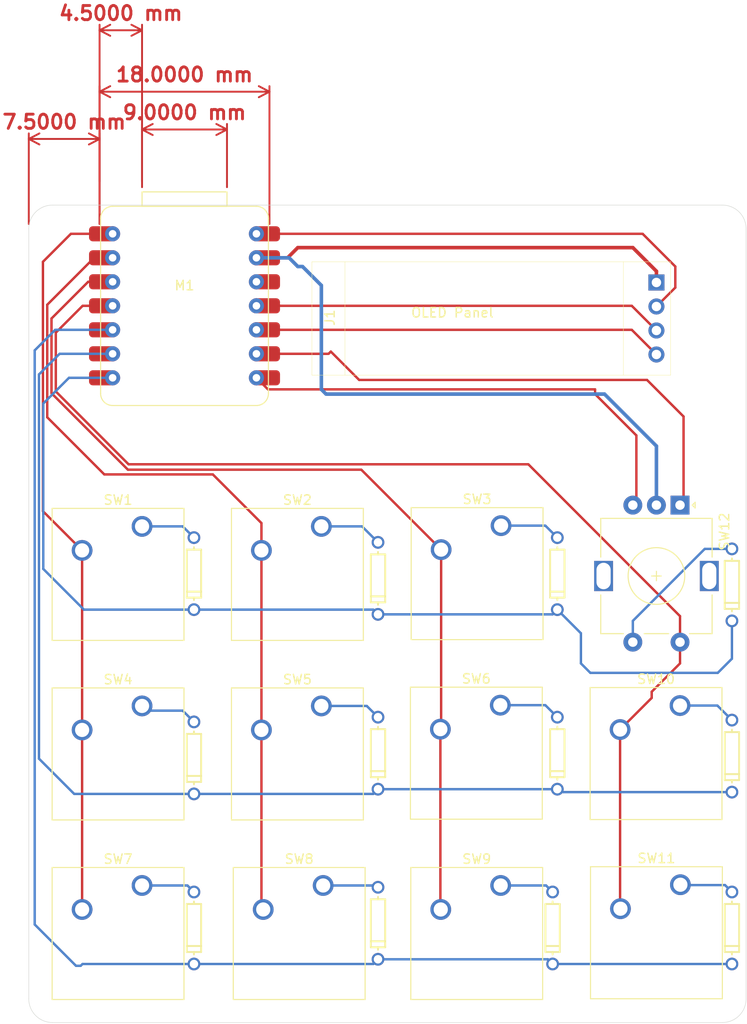
<source format=kicad_pcb>
(kicad_pcb (version 20240108) (generator "pcbnew") (generator_version "8.0")
  (layers (0 "F.Cu" signal) (31 "B.Cu" signal) (34 "B.Paste" user) (35 "F.Paste" user) (36 "B.SilkS" user "B.Silkscreen") (37 "F.SilkS" user "F.Silkscreen") (38 "B.Mask" user) (39 "F.Mask" user) (44 "Edge.Cuts" user))
  (net 0 "")
  (net 1 "+5V")
  (net 2 "GND")
  (net 3 "SDA")
  (net 4 "SCL")
  (net 5 "COL0")
  (net 6 "COL1")
  (net 7 "COL2")
  (net 8 "COL3")
  (net 9 "B")
  (net 10 "A")
  (net 11 "ROW2")
  (net 12 "ROW1")
  (net 13 "+3V3")
  (net 14 "ROW0")
  (net 15 "Net-(D1-PadA)")
  (net 16 "Net-(D2-PadA)")
  (net 17 "Net-(D3-PadA)")
  (net 18 "Net-(D4-PadA)")
  (net 19 "Net-(D5-PadA)")
  (net 20 "Net-(D6-PadA)")
  (net 21 "Net-(D7-PadA)")
  (net 22 "Net-(D8-PadA)")
  (net 23 "Net-(D9-PadA)")
  (net 24 "Net-(D10-PadA)")
  (net 25 "Net-(D11-PadA)")
  (net 26 "Net-(D12-PadA)")
  (footprint "CUSTOM LIBRARY:DIODE-1N4148" (layer "F.Cu") (at 109 83.5 -90)
    (property "Reference" "D2")
    (property "Value" "D_Small" (hide yes))
    (fp_line (start -2.54 0.762) (end -2.54 0) (stroke (width 0.2032)) (layer "F.SilkS"))
    (fp_line (start 2.54 0.762) (end -2.54 0.762) (stroke (width 0.2032)) (layer "F.SilkS"))
    (fp_line (start -2.54 0) (end -2.794 0) (stroke (width 0.2032)) (layer "F.SilkS"))
    (fp_line (start -2.54 0) (end -2.54 -0.762) (stroke (width 0.2032)) (layer "F.SilkS"))
    (fp_line (start 2.54 0) (end 2.54 0.762) (stroke (width 0.2032)) (layer "F.SilkS"))
    (fp_line (start 2.54 0) (end 2.794 0) (stroke (width 0.2032)) (layer "F.SilkS"))
    (fp_line (start 1.905 -0.635) (end 1.905 0.635) (stroke (width 0.2032)) (layer "F.SilkS"))
    (fp_line (start -2.54 -0.762) (end 2.54 -0.762) (stroke (width 0.2032)) (layer "F.SilkS"))
    (fp_line (start 2.54 -0.762) (end 2.54 0) (stroke (width 0.2032)) (layer "F.SilkS"))
    (pad "A" thru_hole oval (at -3.81 0 270) (size 1.34874 1.34874) (drill 0.89916) (layers "*.Cu" "*.Mask") (net 16 "Net-(D2-PadA)"))
    (pad "K" thru_hole oval (at 3.81 0 270) (size 1.34874 1.34874) (drill 0.89916) (layers "*.Cu" "*.Mask") (net 14 "ROW0"))
  )
  (footprint "CUSTOM LIBRARY:SW_Cherry_MX_1.00u_PCB" (layer "F.Cu") (at 121.96 96.92)
    (property "Reference" "SW6" (at -2.54 -2.794 0) (layer "F.SilkS"))
    (property "Value" "SW_Push")
    (fp_line (start -9.525 -1.905) (end 4.445 -1.905) (stroke (width 0.12)) (layer "F.SilkS"))
    (fp_line (start -9.525 12.065) (end -9.525 -1.905) (stroke (width 0.12)) (layer "F.SilkS"))
    (fp_line (start 4.445 -1.905) (end 4.445 12.065) (stroke (width 0.12)) (layer "F.SilkS"))
    (fp_line (start 4.445 12.065) (end -9.525 12.065) (stroke (width 0.12)) (layer "F.SilkS"))
    (pad "" np_thru_hole circle (at -7.62 5.08) (size 1.7 1.7) (drill 1.7) (layers "*.Cu" "*.Mask"))
    (pad "" np_thru_hole circle (at -2.54 5.08) (size 4 4) (drill 4) (layers "*.Cu" "*.Mask"))
    (pad "" np_thru_hole circle (at 2.54 5.08) (size 1.7 1.7) (drill 1.7) (layers "*.Cu" "*.Mask"))
    (pad "1" thru_hole circle (at 0 0) (size 2.2 2.2) (drill 1.5) (layers "*.Cu" "*.Mask") (net 20 "Net-(D6-PadA)"))
    (pad "2" thru_hole circle (at -6.35 2.54) (size 2.2 2.2) (drill 1.5) (layers "*.Cu" "*.Mask") (net 7 "COL2"))
  )
  (footprint "CUSTOM LIBRARY:SW_Cherry_MX_1.00u_PCB" (layer "F.Cu") (at 141 96.96)
    (property "Reference" "SW10" (at -2.54 -2.794 0) (layer "F.SilkS"))
    (property "Value" "SW_Push")
    (fp_line (start -9.525 -1.905) (end 4.445 -1.905) (stroke (width 0.12)) (layer "F.SilkS"))
    (fp_line (start -9.525 12.065) (end -9.525 -1.905) (stroke (width 0.12)) (layer "F.SilkS"))
    (fp_line (start 4.445 -1.905) (end 4.445 12.065) (stroke (width 0.12)) (layer "F.SilkS"))
    (fp_line (start 4.445 12.065) (end -9.525 12.065) (stroke (width 0.12)) (layer "F.SilkS"))
    (pad "" np_thru_hole circle (at -7.62 5.08) (size 1.7 1.7) (drill 1.7) (layers "*.Cu" "*.Mask"))
    (pad "" np_thru_hole circle (at -2.54 5.08) (size 4 4) (drill 4) (layers "*.Cu" "*.Mask"))
    (pad "" np_thru_hole circle (at 2.54 5.08) (size 1.7 1.7) (drill 1.7) (layers "*.Cu" "*.Mask"))
    (pad "1" thru_hole circle (at 0 0) (size 2.2 2.2) (drill 1.5) (layers "*.Cu" "*.Mask") (net 24 "Net-(D10-PadA)"))
    (pad "2" thru_hole circle (at -6.35 2.54) (size 2.2 2.2) (drill 1.5) (layers "*.Cu" "*.Mask") (net 8 "COL3"))
  )
  (footprint "CUSTOM LIBRARY:SW_Cherry_MX_1.00u_PCB" (layer "F.Cu") (at 141.04 115.92)
    (property "Reference" "SW11" (at -2.54 -2.794 0) (layer "F.SilkS"))
    (property "Value" "SW_Push")
    (fp_line (start -9.525 -1.905) (end 4.445 -1.905) (stroke (width 0.12)) (layer "F.SilkS"))
    (fp_line (start -9.525 12.065) (end -9.525 -1.905) (stroke (width 0.12)) (layer "F.SilkS"))
    (fp_line (start 4.445 -1.905) (end 4.445 12.065) (stroke (width 0.12)) (layer "F.SilkS"))
    (fp_line (start 4.445 12.065) (end -9.525 12.065) (stroke (width 0.12)) (layer "F.SilkS"))
    (pad "" np_thru_hole circle (at -7.62 5.08) (size 1.7 1.7) (drill 1.7) (layers "*.Cu" "*.Mask"))
    (pad "" np_thru_hole circle (at -2.54 5.08) (size 4 4) (drill 4) (layers "*.Cu" "*.Mask"))
    (pad "" np_thru_hole circle (at 2.54 5.08) (size 1.7 1.7) (drill 1.7) (layers "*.Cu" "*.Mask"))
    (pad "1" thru_hole circle (at 0 0) (size 2.2 2.2) (drill 1.5) (layers "*.Cu" "*.Mask") (net 25 "Net-(D11-PadA)"))
    (pad "2" thru_hole circle (at -6.35 2.54) (size 2.2 2.2) (drill 1.5) (layers "*.Cu" "*.Mask") (net 8 "COL3"))
  )
  (footprint "CUSTOM LIBRARY:DIODE-1N4148" (layer "F.Cu") (at 109 102 -90)
    (property "Reference" "D5")
    (property "Value" "D_Small" (hide yes))
    (fp_line (start -2.54 0.762) (end -2.54 0) (stroke (width 0.2032)) (layer "F.SilkS"))
    (fp_line (start 2.54 0.762) (end -2.54 0.762) (stroke (width 0.2032)) (layer "F.SilkS"))
    (fp_line (start -2.54 0) (end -2.794 0) (stroke (width 0.2032)) (layer "F.SilkS"))
    (fp_line (start -2.54 0) (end -2.54 -0.762) (stroke (width 0.2032)) (layer "F.SilkS"))
    (fp_line (start 2.54 0) (end 2.54 0.762) (stroke (width 0.2032)) (layer "F.SilkS"))
    (fp_line (start 2.54 0) (end 2.794 0) (stroke (width 0.2032)) (layer "F.SilkS"))
    (fp_line (start 1.905 -0.635) (end 1.905 0.635) (stroke (width 0.2032)) (layer "F.SilkS"))
    (fp_line (start -2.54 -0.762) (end 2.54 -0.762) (stroke (width 0.2032)) (layer "F.SilkS"))
    (fp_line (start 2.54 -0.762) (end 2.54 0) (stroke (width 0.2032)) (layer "F.SilkS"))
    (pad "A" thru_hole oval (at -3.81 0 270) (size 1.34874 1.34874) (drill 0.89916) (layers "*.Cu" "*.Mask") (net 19 "Net-(D5-PadA)"))
    (pad "K" thru_hole oval (at 3.81 0 270) (size 1.34874 1.34874) (drill 0.89916) (layers "*.Cu" "*.Mask") (net 12 "ROW1"))
  )
  (footprint "CUSTOM LIBRARY:XIAO-RP2040" (layer "F.Cu") (at 79.61 65.208)
    (property "Reference" "M1" (at 8.89 -12.7 0) (layer "F.SilkS"))
    (property "Value" "XIAO-RP2040")
    (fp_line (start 0 -1.27) (end 0 -19.812) (stroke (width 0.12)) (layer "F.SilkS"))
    (fp_line (start 1.27 -21.082) (end 16.51 -21.082) (stroke (width 0.12)) (layer "F.SilkS"))
    (fp_line (start 16.51 0) (end 1.27 0) (stroke (width 0.12)) (layer "F.SilkS"))
    (fp_line (start 17.78 -19.812) (end 17.78 -1.27) (stroke (width 0.12)) (layer "F.SilkS"))
    (fp_rect (start 4.39 -21.082) (end 13.39 -22.606) (stroke (width 0.12)) (fill none) (layer "F.SilkS"))
    (fp_arc (start 0 -19.812) (mid 0.371974 -20.710026) (end 1.27 -21.082) (stroke (width 0.12)) (layer "F.SilkS"))
    (fp_arc (start 1.27 0) (mid 0.371974 -0.371974) (end 0 -1.27) (stroke (width 0.12)) (layer "F.SilkS"))
    (fp_arc (start 16.51 -21.082) (mid 17.408026 -20.710026) (end 17.78 -19.812) (stroke (width 0.12)) (layer "F.SilkS"))
    (fp_arc (start 17.78 -1.27) (mid 17.408026 -0.371974) (end 16.51 0) (stroke (width 0.12)) (layer "F.SilkS"))
    (pad "1" thru_hole circle (at 1.2725 -18.171) (size 1.6 1.6) (drill 0.8) (layers "*.Cu" "*.Mask") (net 5 "COL0"))
    (pad "1" smd roundrect (at 1.2725 -18.171) (size 3 1.6) (drill (offset -1 0)) (layers "F.Cu" "F.Paste" "F.Mask") (net 5 "COL0"))
    (pad "2" thru_hole circle (at 1.2725 -15.631) (size 1.6 1.6) (drill 0.8) (layers "*.Cu" "*.Mask") (net 6 "COL1"))
    (pad "2" smd roundrect (at 1.2725 -15.631) (size 3 1.6) (drill (offset -1 0)) (layers "F.Cu" "F.Paste" "F.Mask") (net 6 "COL1"))
    (pad "3" thru_hole circle (at 1.2725 -13.091) (size 1.6 1.6) (drill 0.8) (layers "*.Cu" "*.Mask") (net 7 "COL2"))
    (pad "3" smd roundrect (at 1.2725 -13.091) (size 3 1.6) (drill (offset -1 0)) (layers "F.Cu" "F.Paste" "F.Mask") (net 7 "COL2"))
    (pad "4" thru_hole circle (at 1.2725 -10.551) (size 1.6 1.6) (drill 0.8) (layers "*.Cu" "*.Mask") (net 8 "COL3"))
    (pad "4" smd roundrect (at 1.2725 -10.551) (size 3 1.6) (drill (offset -1 0)) (layers "F.Cu" "F.Paste" "F.Mask") (net 8 "COL3"))
    (pad "5" thru_hole circle (at 1.2725 -8.011) (size 1.6 1.6) (drill 0.8) (layers "*.Cu" "*.Mask") (net 11 "ROW2"))
    (pad "5" smd roundrect (at 1.2725 -8.011) (size 3 1.6) (drill (offset -1 0)) (layers "F.Cu" "F.Paste" "F.Mask") (net 11 "ROW2"))
    (pad "6" thru_hole circle (at 1.2725 -5.471) (size 1.6 1.6) (drill 0.8) (layers "*.Cu" "*.Mask") (net 12 "ROW1"))
    (pad "6" smd roundrect (at 1.2725 -5.471) (size 3 1.6) (drill (offset -1 0)) (layers "F.Cu" "F.Paste" "F.Mask") (net 12 "ROW1"))
    (pad "7" thru_hole circle (at 1.2725 -2.931) (size 1.6 1.6) (drill 0.8) (layers "*.Cu" "*.Mask") (net 14 "ROW0"))
    (pad "7" smd roundrect (at 1.2725 -2.931) (size 3 1.6) (drill (offset -1 0)) (layers "F.Cu" "F.Paste" "F.Mask") (net 14 "ROW0"))
    (pad "8" thru_hole circle (at 16.5075 -2.931) (size 1.6 1.6) (drill 0.8) (layers "*.Cu" "*.Mask") (net 9 "B"))
    (pad "8" smd roundrect (at 16.5075 -2.931) (size 3 1.6) (drill (offset 1 0)) (layers "F.Cu" "F.Paste" "F.Mask") (net 9 "B"))
    (pad "9" thru_hole circle (at 16.5075 -5.471) (size 1.6 1.6) (drill 0.8) (layers "*.Cu" "*.Mask") (net 10 "A"))
    (pad "9" smd roundrect (at 16.5075 -5.471) (size 3 1.6) (drill (offset 1 0)) (layers "F.Cu" "F.Paste" "F.Mask") (net 10 "A"))
    (pad "10" thru_hole circle (at 16.5075 -8.011) (size 1.6 1.6) (drill 0.8) (layers "*.Cu" "*.Mask") (net 3 "SDA"))
    (pad "10" smd roundrect (at 16.5075 -8.011) (size 3 1.6) (drill (offset 1 0)) (layers "F.Cu" "F.Paste" "F.Mask") (net 3 "SDA"))
    (pad "11" thru_hole circle (at 16.5075 -10.551) (size 1.6 1.6) (drill 0.8) (layers "*.Cu" "*.Mask") (net 4 "SCL"))
    (pad "11" smd roundrect (at 16.5075 -10.551) (size 3 1.6) (drill (offset 1 0)) (layers "F.Cu" "F.Paste" "F.Mask") (net 4 "SCL"))
    (pad "12" thru_hole circle (at 16.5075 -13.091) (size 1.6 1.6) (drill 0.8) (layers "*.Cu" "*.Mask") (net 13 "+3V3"))
    (pad "12" smd roundrect (at 16.5075 -13.091) (size 3 1.6) (drill (offset 1 0)) (layers "F.Cu" "F.Paste" "F.Mask") (net 13 "+3V3"))
    (pad "13" thru_hole circle (at 16.5075 -15.631) (size 1.6 1.6) (drill 0.8) (layers "*.Cu" "*.Mask") (net 2 "GND"))
    (pad "13" smd roundrect (at 16.5075 -15.631) (size 3 1.6) (drill (offset 1 0)) (layers "F.Cu" "F.Paste" "F.Mask") (net 2 "GND"))
    (pad "14" thru_hole circle (at 16.5075 -18.171) (size 1.6 1.6) (drill 0.8) (layers "*.Cu" "*.Mask") (net 1 "+5V"))
    (pad "14" smd roundrect (at 16.5075 -18.171) (size 3 1.6) (drill (offset 1 0)) (layers "F.Cu" "F.Paste" "F.Mask") (net 1 "+5V"))
  )
  (footprint "CUSTOM LIBRARY:SSD1306-0.91-OLED-4pin-128x32" (layer "F.Cu") (at 102 50)
    (property "Reference" "J1" (at 1.9 5.91 90) (layer "F.SilkS"))
    (property "Value" "Conn_01x04")
    (fp_line (start 0 0) (end 0 12) (stroke (width 0.04)) (layer "F.SilkS"))
    (fp_line (start 0 12) (end 38 12) (stroke (width 0.04)) (layer "F.SilkS"))
    (fp_line (start 3.5 0) (end 3.5 12) (stroke (width 0.04)) (layer "F.SilkS"))
    (fp_line (start 33 0) (end 33 12) (stroke (width 0.04)) (layer "F.SilkS"))
    (fp_line (start 38 0) (end 0 0) (stroke (width 0.04)) (layer "F.SilkS"))
    (fp_line (start 38 12) (end 38 0) (stroke (width 0.04)) (layer "F.SilkS"))
    (fp_text user "OLED Panel" (at 14.885 5.385 0) (layer "F.SilkS"))
    (pad "1" thru_hole rect (at 36.5 2.19) (size 1.7 1.7) (drill 1) (layers "*.Cu" "*.Mask") (net 2 "GND"))
    (pad "2" thru_hole oval (at 36.5 4.73) (size 1.7 1.7) (drill 1) (layers "*.Cu" "*.Mask") (net 1 "+5V"))
    (pad "3" thru_hole oval (at 36.5 7.27) (size 1.7 1.7) (drill 1) (layers "*.Cu" "*.Mask") (net 4 "SCL"))
    (pad "4" thru_hole oval (at 36.5 9.81) (size 1.7 1.7) (drill 1) (layers "*.Cu" "*.Mask") (net 3 "SDA"))
  )
  (footprint "CUSTOM LIBRARY:SW_Cherry_MX_1.00u_PCB" (layer "F.Cu") (at 122.04 77.92)
    (property "Reference" "SW3" (at -2.54 -2.794 0) (layer "F.SilkS"))
    (property "Value" "SW_Push")
    (fp_line (start -9.525 -1.905) (end 4.445 -1.905) (stroke (width 0.12)) (layer "F.SilkS"))
    (fp_line (start -9.525 12.065) (end -9.525 -1.905) (stroke (width 0.12)) (layer "F.SilkS"))
    (fp_line (start 4.445 -1.905) (end 4.445 12.065) (stroke (width 0.12)) (layer "F.SilkS"))
    (fp_line (start 4.445 12.065) (end -9.525 12.065) (stroke (width 0.12)) (layer "F.SilkS"))
    (pad "" np_thru_hole circle (at -7.62 5.08) (size 1.7 1.7) (drill 1.7) (layers "*.Cu" "*.Mask"))
    (pad "" np_thru_hole circle (at -2.54 5.08) (size 4 4) (drill 4) (layers "*.Cu" "*.Mask"))
    (pad "" np_thru_hole circle (at 2.54 5.08) (size 1.7 1.7) (drill 1.7) (layers "*.Cu" "*.Mask"))
    (pad "1" thru_hole circle (at 0 0) (size 2.2 2.2) (drill 1.5) (layers "*.Cu" "*.Mask") (net 17 "Net-(D3-PadA)"))
    (pad "2" thru_hole circle (at -6.35 2.54) (size 2.2 2.2) (drill 1.5) (layers "*.Cu" "*.Mask") (net 7 "COL2"))
  )
  (footprint "CUSTOM LIBRARY:SW_Cherry_MX_1.00u_PCB" (layer "F.Cu") (at 84 78)
    (property "Reference" "SW1" (at -2.54 -2.794 0) (layer "F.SilkS"))
    (property "Value" "SW_Push")
    (fp_line (start -9.525 -1.905) (end 4.445 -1.905) (stroke (width 0.12)) (layer "F.SilkS"))
    (fp_line (start -9.525 12.065) (end -9.525 -1.905) (stroke (width 0.12)) (layer "F.SilkS"))
    (fp_line (start 4.445 -1.905) (end 4.445 12.065) (stroke (width 0.12)) (layer "F.SilkS"))
    (fp_line (start 4.445 12.065) (end -9.525 12.065) (stroke (width 0.12)) (layer "F.SilkS"))
    (pad "" np_thru_hole circle (at -7.62 5.08) (size 1.7 1.7) (drill 1.7) (layers "*.Cu" "*.Mask"))
    (pad "" np_thru_hole circle (at -2.54 5.08) (size 4 4) (drill 4) (layers "*.Cu" "*.Mask"))
    (pad "" np_thru_hole circle (at 2.54 5.08) (size 1.7 1.7) (drill 1.7) (layers "*.Cu" "*.Mask"))
    (pad "1" thru_hole circle (at 0 0) (size 2.2 2.2) (drill 1.5) (layers "*.Cu" "*.Mask") (net 15 "Net-(D1-PadA)"))
    (pad "2" thru_hole circle (at -6.35 2.54) (size 2.2 2.2) (drill 1.5) (layers "*.Cu" "*.Mask") (net 5 "COL0"))
  )
  (footprint "CUSTOM LIBRARY:DIODE-1N4148" (layer "F.Cu") (at 127.5 120.5 -90)
    (property "Reference" "D9")
    (property "Value" "D_Small" (hide yes))
    (fp_line (start -2.54 0.762) (end -2.54 0) (stroke (width 0.2032)) (layer "F.SilkS"))
    (fp_line (start 2.54 0.762) (end -2.54 0.762) (stroke (width 0.2032)) (layer "F.SilkS"))
    (fp_line (start -2.54 0) (end -2.794 0) (stroke (width 0.2032)) (layer "F.SilkS"))
    (fp_line (start -2.54 0) (end -2.54 -0.762) (stroke (width 0.2032)) (layer "F.SilkS"))
    (fp_line (start 2.54 0) (end 2.54 0.762) (stroke (width 0.2032)) (layer "F.SilkS"))
    (fp_line (start 2.54 0) (end 2.794 0) (stroke (width 0.2032)) (layer "F.SilkS"))
    (fp_line (start 1.905 -0.635) (end 1.905 0.635) (stroke (width 0.2032)) (layer "F.SilkS"))
    (fp_line (start -2.54 -0.762) (end 2.54 -0.762) (stroke (width 0.2032)) (layer "F.SilkS"))
    (fp_line (start 2.54 -0.762) (end 2.54 0) (stroke (width 0.2032)) (layer "F.SilkS"))
    (pad "A" thru_hole oval (at -3.81 0 270) (size 1.34874 1.34874) (drill 0.89916) (layers "*.Cu" "*.Mask") (net 23 "Net-(D9-PadA)"))
    (pad "K" thru_hole oval (at 3.81 0 270) (size 1.34874 1.34874) (drill 0.89916) (layers "*.Cu" "*.Mask") (net 11 "ROW2"))
  )
  (footprint "CUSTOM LIBRARY:SW_Cherry_MX_1.00u_PCB" (layer "F.Cu") (at 103 97)
    (property "Reference" "SW5" (at -2.54 -2.794 0) (layer "F.SilkS"))
    (property "Value" "SW_Push")
    (fp_line (start -9.525 -1.905) (end 4.445 -1.905) (stroke (width 0.12)) (layer "F.SilkS"))
    (fp_line (start -9.525 12.065) (end -9.525 -1.905) (stroke (width 0.12)) (layer "F.SilkS"))
    (fp_line (start 4.445 -1.905) (end 4.445 12.065) (stroke (width 0.12)) (layer "F.SilkS"))
    (fp_line (start 4.445 12.065) (end -9.525 12.065) (stroke (width 0.12)) (layer "F.SilkS"))
    (pad "" np_thru_hole circle (at -7.62 5.08) (size 1.7 1.7) (drill 1.7) (layers "*.Cu" "*.Mask"))
    (pad "" np_thru_hole circle (at -2.54 5.08) (size 4 4) (drill 4) (layers "*.Cu" "*.Mask"))
    (pad "" np_thru_hole circle (at 2.54 5.08) (size 1.7 1.7) (drill 1.7) (layers "*.Cu" "*.Mask"))
    (pad "1" thru_hole circle (at 0 0) (size 2.2 2.2) (drill 1.5) (layers "*.Cu" "*.Mask") (net 19 "Net-(D5-PadA)"))
    (pad "2" thru_hole circle (at -6.35 2.54) (size 2.2 2.2) (drill 1.5) (layers "*.Cu" "*.Mask") (net 6 "COL1"))
  )
  (footprint "CUSTOM LIBRARY:DIODE-1N4148" (layer "F.Cu") (at 89.5 120.5 -90)
    (property "Reference" "D7")
    (property "Value" "D_Small" (hide yes))
    (fp_line (start -2.54 0.762) (end -2.54 0) (stroke (width 0.2032)) (layer "F.SilkS"))
    (fp_line (start 2.54 0.762) (end -2.54 0.762) (stroke (width 0.2032)) (layer "F.SilkS"))
    (fp_line (start -2.54 0) (end -2.794 0) (stroke (width 0.2032)) (layer "F.SilkS"))
    (fp_line (start -2.54 0) (end -2.54 -0.762) (stroke (width 0.2032)) (layer "F.SilkS"))
    (fp_line (start 2.54 0) (end 2.54 0.762) (stroke (width 0.2032)) (layer "F.SilkS"))
    (fp_line (start 2.54 0) (end 2.794 0) (stroke (width 0.2032)) (layer "F.SilkS"))
    (fp_line (start 1.905 -0.635) (end 1.905 0.635) (stroke (width 0.2032)) (layer "F.SilkS"))
    (fp_line (start -2.54 -0.762) (end 2.54 -0.762) (stroke (width 0.2032)) (layer "F.SilkS"))
    (fp_line (start 2.54 -0.762) (end 2.54 0) (stroke (width 0.2032)) (layer "F.SilkS"))
    (pad "A" thru_hole oval (at -3.81 0 270) (size 1.34874 1.34874) (drill 0.89916) (layers "*.Cu" "*.Mask") (net 21 "Net-(D7-PadA)"))
    (pad "K" thru_hole oval (at 3.81 0 270) (size 1.34874 1.34874) (drill 0.89916) (layers "*.Cu" "*.Mask") (net 11 "ROW2"))
  )
  (footprint "CUSTOM LIBRARY:SW_Cherry_MX_1.00u_PCB" (layer "F.Cu") (at 103.19 116)
    (property "Reference" "SW8" (at -2.54 -2.794 0) (layer "F.SilkS"))
    (property "Value" "SW_Push")
    (fp_line (start -9.525 -1.905) (end 4.445 -1.905) (stroke (width 0.12)) (layer "F.SilkS"))
    (fp_line (start -9.525 12.065) (end -9.525 -1.905) (stroke (width 0.12)) (layer "F.SilkS"))
    (fp_line (start 4.445 -1.905) (end 4.445 12.065) (stroke (width 0.12)) (layer "F.SilkS"))
    (fp_line (start 4.445 12.065) (end -9.525 12.065) (stroke (width 0.12)) (layer "F.SilkS"))
    (pad "" np_thru_hole circle (at -7.62 5.08) (size 1.7 1.7) (drill 1.7) (layers "*.Cu" "*.Mask"))
    (pad "" np_thru_hole circle (at -2.54 5.08) (size 4 4) (drill 4) (layers "*.Cu" "*.Mask"))
    (pad "" np_thru_hole circle (at 2.54 5.08) (size 1.7 1.7) (drill 1.7) (layers "*.Cu" "*.Mask"))
    (pad "1" thru_hole circle (at 0 0) (size 2.2 2.2) (drill 1.5) (layers "*.Cu" "*.Mask") (net 22 "Net-(D8-PadA)"))
    (pad "2" thru_hole circle (at -6.35 2.54) (size 2.2 2.2) (drill 1.5) (layers "*.Cu" "*.Mask") (net 6 "COL1"))
  )
  (footprint "CUSTOM LIBRARY:DIODE-1N4148" (layer "F.Cu") (at 146.5 102.31 -90)
    (property "Reference" "D10")
    (property "Value" "D_Small" (hide yes))
    (fp_line (start -2.54 0.762) (end -2.54 0) (stroke (width 0.2032)) (layer "F.SilkS"))
    (fp_line (start 2.54 0.762) (end -2.54 0.762) (stroke (width 0.2032)) (layer "F.SilkS"))
    (fp_line (start -2.54 0) (end -2.794 0) (stroke (width 0.2032)) (layer "F.SilkS"))
    (fp_line (start -2.54 0) (end -2.54 -0.762) (stroke (width 0.2032)) (layer "F.SilkS"))
    (fp_line (start 2.54 0) (end 2.54 0.762) (stroke (width 0.2032)) (layer "F.SilkS"))
    (fp_line (start 2.54 0) (end 2.794 0) (stroke (width 0.2032)) (layer "F.SilkS"))
    (fp_line (start 1.905 -0.635) (end 1.905 0.635) (stroke (width 0.2032)) (layer "F.SilkS"))
    (fp_line (start -2.54 -0.762) (end 2.54 -0.762) (stroke (width 0.2032)) (layer "F.SilkS"))
    (fp_line (start 2.54 -0.762) (end 2.54 0) (stroke (width 0.2032)) (layer "F.SilkS"))
    (pad "A" thru_hole oval (at -3.81 0 270) (size 1.34874 1.34874) (drill 0.89916) (layers "*.Cu" "*.Mask") (net 24 "Net-(D10-PadA)"))
    (pad "K" thru_hole oval (at 3.81 0 270) (size 1.34874 1.34874) (drill 0.89916) (layers "*.Cu" "*.Mask") (net 12 "ROW1"))
  )
  (footprint "CUSTOM LIBRARY:DIODE-1N4148" (layer "F.Cu") (at 128 102 -90)
    (property "Reference" "D6")
    (property "Value" "D_Small" (hide yes))
    (fp_line (start -2.54 0.762) (end -2.54 0) (stroke (width 0.2032)) (layer "F.SilkS"))
    (fp_line (start 2.54 0.762) (end -2.54 0.762) (stroke (width 0.2032)) (layer "F.SilkS"))
    (fp_line (start -2.54 0) (end -2.794 0) (stroke (width 0.2032)) (layer "F.SilkS"))
    (fp_line (start -2.54 0) (end -2.54 -0.762) (stroke (width 0.2032)) (layer "F.SilkS"))
    (fp_line (start 2.54 0) (end 2.54 0.762) (stroke (width 0.2032)) (layer "F.SilkS"))
    (fp_line (start 2.54 0) (end 2.794 0) (stroke (width 0.2032)) (layer "F.SilkS"))
    (fp_line (start 1.905 -0.635) (end 1.905 0.635) (stroke (width 0.2032)) (layer "F.SilkS"))
    (fp_line (start -2.54 -0.762) (end 2.54 -0.762) (stroke (width 0.2032)) (layer "F.SilkS"))
    (fp_line (start 2.54 -0.762) (end 2.54 0) (stroke (width 0.2032)) (layer "F.SilkS"))
    (pad "A" thru_hole oval (at -3.81 0 270) (size 1.34874 1.34874) (drill 0.89916) (layers "*.Cu" "*.Mask") (net 20 "Net-(D6-PadA)"))
    (pad "K" thru_hole oval (at 3.81 0 270) (size 1.34874 1.34874) (drill 0.89916) (layers "*.Cu" "*.Mask") (net 12 "ROW1"))
  )
  (footprint "CUSTOM LIBRARY:DIODE-1N4148" (layer "F.Cu") (at 109 120 -90)
    (property "Reference" "D8")
    (property "Value" "D_Small" (hide yes))
    (fp_line (start -2.54 0.762) (end -2.54 0) (stroke (width 0.2032)) (layer "F.SilkS"))
    (fp_line (start 2.54 0.762) (end -2.54 0.762) (stroke (width 0.2032)) (layer "F.SilkS"))
    (fp_line (start -2.54 0) (end -2.794 0) (stroke (width 0.2032)) (layer "F.SilkS"))
    (fp_line (start -2.54 0) (end -2.54 -0.762) (stroke (width 0.2032)) (layer "F.SilkS"))
    (fp_line (start 2.54 0) (end 2.54 0.762) (stroke (width 0.2032)) (layer "F.SilkS"))
    (fp_line (start 2.54 0) (end 2.794 0) (stroke (width 0.2032)) (layer "F.SilkS"))
    (fp_line (start 1.905 -0.635) (end 1.905 0.635) (stroke (width 0.2032)) (layer "F.SilkS"))
    (fp_line (start -2.54 -0.762) (end 2.54 -0.762) (stroke (width 0.2032)) (layer "F.SilkS"))
    (fp_line (start 2.54 -0.762) (end 2.54 0) (stroke (width 0.2032)) (layer "F.SilkS"))
    (pad "A" thru_hole oval (at -3.81 0 270) (size 1.34874 1.34874) (drill 0.89916) (layers "*.Cu" "*.Mask") (net 22 "Net-(D8-PadA)"))
    (pad "K" thru_hole oval (at 3.81 0 270) (size 1.34874 1.34874) (drill 0.89916) (layers "*.Cu" "*.Mask") (net 11 "ROW2"))
  )
  (footprint "CUSTOM LIBRARY:SW_Cherry_MX_1.00u_PCB" (layer "F.Cu") (at 122 116)
    (property "Reference" "SW9" (at -2.54 -2.794 0) (layer "F.SilkS"))
    (property "Value" "SW_Push")
    (fp_line (start -9.525 -1.905) (end 4.445 -1.905) (stroke (width 0.12)) (layer "F.SilkS"))
    (fp_line (start -9.525 12.065) (end -9.525 -1.905) (stroke (width 0.12)) (layer "F.SilkS"))
    (fp_line (start 4.445 -1.905) (end 4.445 12.065) (stroke (width 0.12)) (layer "F.SilkS"))
    (fp_line (start 4.445 12.065) (end -9.525 12.065) (stroke (width 0.12)) (layer "F.SilkS"))
    (pad "" np_thru_hole circle (at -7.62 5.08) (size 1.7 1.7) (drill 1.7) (layers "*.Cu" "*.Mask"))
    (pad "" np_thru_hole circle (at -2.54 5.08) (size 4 4) (drill 4) (layers "*.Cu" "*.Mask"))
    (pad "" np_thru_hole circle (at 2.54 5.08) (size 1.7 1.7) (drill 1.7) (layers "*.Cu" "*.Mask"))
    (pad "1" thru_hole circle (at 0 0) (size 2.2 2.2) (drill 1.5) (layers "*.Cu" "*.Mask") (net 23 "Net-(D9-PadA)"))
    (pad "2" thru_hole circle (at -6.35 2.54) (size 2.2 2.2) (drill 1.5) (layers "*.Cu" "*.Mask") (net 7 "COL2"))
  )
  (footprint "CUSTOM LIBRARY:RotaryEncoder_Alps_EC11E-Switch_Vertical_H20mm" (layer "F.Cu") (at 141 75.75 -90)
    (property "Reference" "SW12" (at 2.8 -4.7 90) (layer "F.SilkS"))
    (property "Value" "RotaryEncoder_Switch")
    (fp_line (start 5.5 8.4) (end 1.4 8.4) (stroke (width 0.12)) (layer "F.SilkS"))
    (fp_line (start 13.6 8.4) (end 9.5 8.4) (stroke (width 0.12)) (layer "F.SilkS"))
    (fp_line (start 13.6 6) (end 13.6 8.4) (stroke (width 0.12)) (layer "F.SilkS"))
    (fp_line (start 7 2.5) (end 8 2.5) (stroke (width 0.12)) (layer "F.SilkS"))
    (fp_line (start 7.5 2) (end 7.5 3) (stroke (width 0.12)) (layer "F.SilkS"))
    (fp_line (start 13.6 1.2) (end 13.6 3.8) (stroke (width 0.12)) (layer "F.SilkS"))
    (fp_line (start 0 -1.3) (end -0.3 -1.6) (stroke (width 0.12)) (layer "F.SilkS"))
    (fp_line (start -0.3 -1.6) (end 0.3 -1.6) (stroke (width 0.12)) (layer "F.SilkS"))
    (fp_line (start 0.3 -1.6) (end 0 -1.3) (stroke (width 0.12)) (layer "F.SilkS"))
    (fp_line (start 1.4 -3.4) (end 1.4 8.4) (stroke (width 0.12)) (layer "F.SilkS"))
    (fp_line (start 5.5 -3.4) (end 1.4 -3.4) (stroke (width 0.12)) (layer "F.SilkS"))
    (fp_line (start 9.5 -3.4) (end 13.6 -3.4) (stroke (width 0.12)) (layer "F.SilkS"))
    (fp_line (start 13.6 -3.4) (end 13.6 -1) (stroke (width 0.12)) (layer "F.SilkS"))
    (fp_circle (center 7.5 2.5) (end 10.5 2.5) (stroke (width 0.12)) (fill none) (layer "F.SilkS"))
    (pad "A" thru_hole rect (at 0 0 270) (size 2 2) (drill 1) (layers "*.Cu" "*.Mask") (net 10 "A"))
    (pad "B" thru_hole circle (at 0 5 270) (size 2 2) (drill 1) (layers "*.Cu" "*.Mask") (net 9 "B"))
    (pad "C" thru_hole circle (at 0 2.5 270) (size 2 2) (drill 1) (layers "*.Cu" "*.Mask") (net 2 "GND"))
    (pad "MP" thru_hole rect (at 7.5 -3.1 270) (size 3.2 2) (drill oval 2.8 1.5) (layers "*.Cu" "*.Mask"))
    (pad "MP" thru_hole rect (at 7.5 8.1 270) (size 3.2 2) (drill oval 2.8 1.5) (layers "*.Cu" "*.Mask"))
    (pad "S1" thru_hole circle (at 14.5 0 270) (size 2 2) (drill 1) (layers "*.Cu" "*.Mask") (net 8 "COL3"))
    (pad "S2" thru_hole circle (at 14.5 5 270) (size 2 2) (drill 1) (layers "*.Cu" "*.Mask") (net 26 "Net-(D12-PadA)"))
  )
  (footprint "CUSTOM LIBRARY:DIODE-1N4148" (layer "F.Cu") (at 146.5 120.5 -90)
    (property "Reference" "D11")
    (property "Value" "D_Small" (hide yes))
    (fp_line (start -2.54 0.762) (end -2.54 0) (stroke (width 0.2032)) (layer "F.SilkS"))
    (fp_line (start 2.54 0.762) (end -2.54 0.762) (stroke (width 0.2032)) (layer "F.SilkS"))
    (fp_line (start -2.54 0) (end -2.794 0) (stroke (width 0.2032)) (layer "F.SilkS"))
    (fp_line (start -2.54 0) (end -2.54 -0.762) (stroke (width 0.2032)) (layer "F.SilkS"))
    (fp_line (start 2.54 0) (end 2.54 0.762) (stroke (width 0.2032)) (layer "F.SilkS"))
    (fp_line (start 2.54 0) (end 2.794 0) (stroke (width 0.2032)) (layer "F.SilkS"))
    (fp_line (start 1.905 -0.635) (end 1.905 0.635) (stroke (width 0.2032)) (layer "F.SilkS"))
    (fp_line (start -2.54 -0.762) (end 2.54 -0.762) (stroke (width 0.2032)) (layer "F.SilkS"))
    (fp_line (start 2.54 -0.762) (end 2.54 0) (stroke (width 0.2032)) (layer "F.SilkS"))
    (pad "A" thru_hole oval (at -3.81 0 270) (size 1.34874 1.34874) (drill 0.89916) (layers "*.Cu" "*.Mask") (net 25 "Net-(D11-PadA)"))
    (pad "K" thru_hole oval (at 3.81 0 270) (size 1.34874 1.34874) (drill 0.89916) (layers "*.Cu" "*.Mask") (net 11 "ROW2"))
  )
  (footprint "CUSTOM LIBRARY:SW_Cherry_MX_1.00u_PCB" (layer "F.Cu") (at 84 97)
    (property "Reference" "SW4" (at -2.54 -2.794 0) (layer "F.SilkS"))
    (property "Value" "SW_Push")
    (fp_line (start -9.525 -1.905) (end 4.445 -1.905) (stroke (width 0.12)) (layer "F.SilkS"))
    (fp_line (start -9.525 12.065) (end -9.525 -1.905) (stroke (width 0.12)) (layer "F.SilkS"))
    (fp_line (start 4.445 -1.905) (end 4.445 12.065) (stroke (width 0.12)) (layer "F.SilkS"))
    (fp_line (start 4.445 12.065) (end -9.525 12.065) (stroke (width 0.12)) (layer "F.SilkS"))
    (pad "" np_thru_hole circle (at -7.62 5.08) (size 1.7 1.7) (drill 1.7) (layers "*.Cu" "*.Mask"))
    (pad "" np_thru_hole circle (at -2.54 5.08) (size 4 4) (drill 4) (layers "*.Cu" "*.Mask"))
    (pad "" np_thru_hole circle (at 2.54 5.08) (size 1.7 1.7) (drill 1.7) (layers "*.Cu" "*.Mask"))
    (pad "1" thru_hole circle (at 0 0) (size 2.2 2.2) (drill 1.5) (layers "*.Cu" "*.Mask") (net 18 "Net-(D4-PadA)"))
    (pad "2" thru_hole circle (at -6.35 2.54) (size 2.2 2.2) (drill 1.5) (layers "*.Cu" "*.Mask") (net 5 "COL0"))
  )
  (footprint "CUSTOM LIBRARY:DIODE-1N4148" (layer "F.Cu") (at 89.5 83 -90)
    (property "Reference" "D1")
    (property "Value" "D_Small" (hide yes))
    (fp_line (start -2.54 0.762) (end -2.54 0) (stroke (width 0.2032)) (layer "F.SilkS"))
    (fp_line (start 2.54 0.762) (end -2.54 0.762) (stroke (width 0.2032)) (layer "F.SilkS"))
    (fp_line (start -2.54 0) (end -2.794 0) (stroke (width 0.2032)) (layer "F.SilkS"))
    (fp_line (start -2.54 0) (end -2.54 -0.762) (stroke (width 0.2032)) (layer "F.SilkS"))
    (fp_line (start 2.54 0) (end 2.54 0.762) (stroke (width 0.2032)) (layer "F.SilkS"))
    (fp_line (start 2.54 0) (end 2.794 0) (stroke (width 0.2032)) (layer "F.SilkS"))
    (fp_line (start 1.905 -0.635) (end 1.905 0.635) (stroke (width 0.2032)) (layer "F.SilkS"))
    (fp_line (start -2.54 -0.762) (end 2.54 -0.762) (stroke (width 0.2032)) (layer "F.SilkS"))
    (fp_line (start 2.54 -0.762) (end 2.54 0) (stroke (width 0.2032)) (layer "F.SilkS"))
    (pad "A" thru_hole oval (at -3.81 0 270) (size 1.34874 1.34874) (drill 0.89916) (layers "*.Cu" "*.Mask") (net 15 "Net-(D1-PadA)"))
    (pad "K" thru_hole oval (at 3.81 0 270) (size 1.34874 1.34874) (drill 0.89916) (layers "*.Cu" "*.Mask") (net 14 "ROW0"))
  )
  (footprint "CUSTOM LIBRARY:SW_Cherry_MX_1.00u_PCB" (layer "F.Cu") (at 103 78)
    (property "Reference" "SW2" (at -2.54 -2.794 0) (layer "F.SilkS"))
    (property "Value" "SW_Push")
    (fp_line (start -9.525 -1.905) (end 4.445 -1.905) (stroke (width 0.12)) (layer "F.SilkS"))
    (fp_line (start -9.525 12.065) (end -9.525 -1.905) (stroke (width 0.12)) (layer "F.SilkS"))
    (fp_line (start 4.445 -1.905) (end 4.445 12.065) (stroke (width 0.12)) (layer "F.SilkS"))
    (fp_line (start 4.445 12.065) (end -9.525 12.065) (stroke (width 0.12)) (layer "F.SilkS"))
    (pad "" np_thru_hole circle (at -7.62 5.08) (size 1.7 1.7) (drill 1.7) (layers "*.Cu" "*.Mask"))
    (pad "" np_thru_hole circle (at -2.54 5.08) (size 4 4) (drill 4) (layers "*.Cu" "*.Mask"))
    (pad "" np_thru_hole circle (at 2.54 5.08) (size 1.7 1.7) (drill 1.7) (layers "*.Cu" "*.Mask"))
    (pad "1" thru_hole circle (at 0 0) (size 2.2 2.2) (drill 1.5) (layers "*.Cu" "*.Mask") (net 16 "Net-(D2-PadA)"))
    (pad "2" thru_hole circle (at -6.35 2.54) (size 2.2 2.2) (drill 1.5) (layers "*.Cu" "*.Mask") (net 6 "COL1"))
  )
  (footprint "CUSTOM LIBRARY:SW_Cherry_MX_1.00u_PCB" (layer "F.Cu") (at 84 116)
    (property "Reference" "SW7" (at -2.54 -2.794 0) (layer "F.SilkS"))
    (property "Value" "SW_Push")
    (fp_line (start -9.525 -1.905) (end 4.445 -1.905) (stroke (width 0.12)) (layer "F.SilkS"))
    (fp_line (start -9.525 12.065) (end -9.525 -1.905) (stroke (width 0.12)) (layer "F.SilkS"))
    (fp_line (start 4.445 -1.905) (end 4.445 12.065) (stroke (width 0.12)) (layer "F.SilkS"))
    (fp_line (start 4.445 12.065) (end -9.525 12.065) (stroke (width 0.12)) (layer "F.SilkS"))
    (pad "" np_thru_hole circle (at -7.62 5.08) (size 1.7 1.7) (drill 1.7) (layers "*.Cu" "*.Mask"))
    (pad "" np_thru_hole circle (at -2.54 5.08) (size 4 4) (drill 4) (layers "*.Cu" "*.Mask"))
    (pad "" np_thru_hole circle (at 2.54 5.08) (size 1.7 1.7) (drill 1.7) (layers "*.Cu" "*.Mask"))
    (pad "1" thru_hole circle (at 0 0) (size 2.2 2.2) (drill 1.5) (layers "*.Cu" "*.Mask") (net 21 "Net-(D7-PadA)"))
    (pad "2" thru_hole circle (at -6.35 2.54) (size 2.2 2.2) (drill 1.5) (layers "*.Cu" "*.Mask") (net 5 "COL0"))
  )
  (footprint "CUSTOM LIBRARY:DIODE-1N4148" (layer "F.Cu") (at 146.5 84.19 -90)
    (property "Reference" "D12")
    (property "Value" "D_Small" (hide yes))
    (fp_line (start -2.54 0.762) (end -2.54 0) (stroke (width 0.2032)) (layer "F.SilkS"))
    (fp_line (start 2.54 0.762) (end -2.54 0.762) (stroke (width 0.2032)) (layer "F.SilkS"))
    (fp_line (start -2.54 0) (end -2.794 0) (stroke (width 0.2032)) (layer "F.SilkS"))
    (fp_line (start -2.54 0) (end -2.54 -0.762) (stroke (width 0.2032)) (layer "F.SilkS"))
    (fp_line (start 2.54 0) (end 2.54 0.762) (stroke (width 0.2032)) (layer "F.SilkS"))
    (fp_line (start 2.54 0) (end 2.794 0) (stroke (width 0.2032)) (layer "F.SilkS"))
    (fp_line (start 1.905 -0.635) (end 1.905 0.635) (stroke (width 0.2032)) (layer "F.SilkS"))
    (fp_line (start -2.54 -0.762) (end 2.54 -0.762) (stroke (width 0.2032)) (layer "F.SilkS"))
    (fp_line (start 2.54 -0.762) (end 2.54 0) (stroke (width 0.2032)) (layer "F.SilkS"))
    (pad "A" thru_hole oval (at -3.81 0 270) (size 1.34874 1.34874) (drill 0.89916) (layers "*.Cu" "*.Mask") (net 26 "Net-(D12-PadA)"))
    (pad "K" thru_hole oval (at 3.81 0 270) (size 1.34874 1.34874) (drill 0.89916) (layers "*.Cu" "*.Mask") (net 14 "ROW0"))
  )
  (footprint "CUSTOM LIBRARY:DIODE-1N4148" (layer "F.Cu") (at 128 83 -90)
    (property "Reference" "D3")
    (property "Value" "D_Small" (hide yes))
    (fp_line (start -2.54 0.762) (end -2.54 0) (stroke (width 0.2032)) (layer "F.SilkS"))
    (fp_line (start 2.54 0.762) (end -2.54 0.762) (stroke (width 0.2032)) (layer "F.SilkS"))
    (fp_line (start -2.54 0) (end -2.794 0) (stroke (width 0.2032)) (layer "F.SilkS"))
    (fp_line (start -2.54 0) (end -2.54 -0.762) (stroke (width 0.2032)) (layer "F.SilkS"))
    (fp_line (start 2.54 0) (end 2.54 0.762) (stroke (width 0.2032)) (layer "F.SilkS"))
    (fp_line (start 2.54 0) (end 2.794 0) (stroke (width 0.2032)) (layer "F.SilkS"))
    (fp_line (start 1.905 -0.635) (end 1.905 0.635) (stroke (width 0.2032)) (layer "F.SilkS"))
    (fp_line (start -2.54 -0.762) (end 2.54 -0.762) (stroke (width 0.2032)) (layer "F.SilkS"))
    (fp_line (start 2.54 -0.762) (end 2.54 0) (stroke (width 0.2032)) (layer "F.SilkS"))
    (pad "A" thru_hole oval (at -3.81 0 270) (size 1.34874 1.34874) (drill 0.89916) (layers "*.Cu" "*.Mask") (net 17 "Net-(D3-PadA)"))
    (pad "K" thru_hole oval (at 3.81 0 270) (size 1.34874 1.34874) (drill 0.89916) (layers "*.Cu" "*.Mask") (net 14 "ROW0"))
  )
  (footprint "CUSTOM LIBRARY:DIODE-1N4148" (layer "F.Cu") (at 89.5 102.5 -90)
    (property "Reference" "D4")
    (property "Value" "D_Small" (hide yes))
    (fp_line (start -2.54 0.762) (end -2.54 0) (stroke (width 0.2032)) (layer "F.SilkS"))
    (fp_line (start 2.54 0.762) (end -2.54 0.762) (stroke (width 0.2032)) (layer "F.SilkS"))
    (fp_line (start -2.54 0) (end -2.794 0) (stroke (width 0.2032)) (layer "F.SilkS"))
    (fp_line (start -2.54 0) (end -2.54 -0.762) (stroke (width 0.2032)) (layer "F.SilkS"))
    (fp_line (start 2.54 0) (end 2.54 0.762) (stroke (width 0.2032)) (layer "F.SilkS"))
    (fp_line (start 2.54 0) (end 2.794 0) (stroke (width 0.2032)) (layer "F.SilkS"))
    (fp_line (start 1.905 -0.635) (end 1.905 0.635) (stroke (width 0.2032)) (layer "F.SilkS"))
    (fp_line (start -2.54 -0.762) (end 2.54 -0.762) (stroke (width 0.2032)) (layer "F.SilkS"))
    (fp_line (start 2.54 -0.762) (end 2.54 0) (stroke (width 0.2032)) (layer "F.SilkS"))
    (pad "A" thru_hole oval (at -3.81 0 270) (size 1.34874 1.34874) (drill 0.89916) (layers "*.Cu" "*.Mask") (net 18 "Net-(D4-PadA)"))
    (pad "K" thru_hole oval (at 3.81 0 270) (size 1.34874 1.34874) (drill 0.89916) (layers "*.Cu" "*.Mask") (net 12 "ROW1"))
  )
  (gr_arc (start 145.5 44) (mid 147.267767 44.732233) (end 148 46.5) (stroke (width 0.05)) (layer "Edge.Cuts"))
  (gr_arc (start 148 128) (mid 147.267767 129.767767) (end 145.5 130.5) (stroke (width 0.05)) (layer "Edge.Cuts"))
  (gr_line (start 148 46.5) (end 148 128) (stroke (width 0.05)) (layer "Edge.Cuts"))
  (gr_arc (start 74.5 130.5) (mid 72.732233 129.767767) (end 72 128) (stroke (width 0.05)) (layer "Edge.Cuts"))
  (gr_line (start 72 46.5) (end 72 128) (stroke (width 0.05)) (layer "Edge.Cuts"))
  (gr_line (start 145.5 44) (end 74.5 44) (stroke (width 0.05)) (layer "Edge.Cuts"))
  (gr_arc (start 72 46.5) (mid 72.732233 44.732233) (end 74.5 44) (stroke (width 0.05)) (layer "Edge.Cuts"))
  (gr_line (start 145.5 130.5) (end 74.5 130.5) (stroke (width 0.05)) (layer "Edge.Cuts"))
  (dimension (type aligned) (layer "F.Cu") (pts (xy 84 42.602) (xy 93 42.602)) (height -6.602) (gr_text "9.0000 mm" (at 88.5 34.2 0) (layer "F.Cu") (effects (font (size 1.5 1.5) (thickness 0.3)))) (format (prefix "") (suffix "") (units 3) (units_format 1) (precision 4)) (style (thickness 0.2) (arrow_length 1.27) (text_position_mode 0) (extension_height 0.58642) (extension_offset 0.5) keep_text_aligned))
  (dimension (type aligned) (layer "F.Cu") (pts (xy 79.5 46.5) (xy 97.5 46.5)) (height -14.5) (gr_text "18.0000 mm" (at 88.5 30.2 0) (layer "F.Cu") (effects (font (size 1.5 1.5) (thickness 0.3)))) (format (prefix "") (suffix "") (units 3) (units_format 1) (precision 4)) (style (thickness 0.2) (arrow_length 1.27) (text_position_mode 0) (extension_height 0.58642) (extension_offset 0.5) keep_text_aligned))
  (dimension (type aligned) (layer "F.Cu") (pts (xy 72 46.5) (xy 79.5 46.5)) (height -9.5) (gr_text "7.5000 mm" (at 75.75 35.2 0) (layer "F.Cu") (effects (font (size 1.5 1.5) (thickness 0.3)))) (format (prefix "") (suffix "") (units 3) (units_format 1) (precision 4)) (style (thickness 0.2) (arrow_length 1.27) (text_position_mode 0) (extension_height 0.58642) (extension_offset 0.5) keep_text_aligned))
  (dimension (type aligned) (layer "F.Cu") (pts (xy 79.5 42) (xy 84 42)) (height -16.5) (gr_text "4.5000 mm" (at 81.75 23.7 0) (layer "F.Cu") (effects (font (size 1.5 1.5) (thickness 0.3)))) (format (prefix "") (suffix "") (units 3) (units_format 1) (precision 4)) (style (thickness 0.2) (arrow_length 1.27) (text_position_mode 0) (extension_height 0.58642) (extension_offset 0.5) keep_text_aligned))
  (segment (start 140.5 50.5) (end 140.5 52.73) (width 0.254) (layer "F.Cu") (net 1))
  (segment (start 137.037 47.037) (end 140.5 50.5) (width 0.254) (layer "F.Cu") (net 1))
  (segment (start 96.1175 47.037) (end 137.037 47.037) (width 0.254) (layer "F.Cu") (net 1))
  (segment (start 140.5 52.73) (end 138.5 54.73) (width 0.254) (layer "F.Cu") (net 1))
  (segment (start 96.1175 47.037) (end 96.037 47.037) (width 0.254) (layer "B.Cu") (net 1))
  (segment (start 96.037 47.037) (end 96 47) (width 0.254) (layer "B.Cu") (net 1))
  (segment (start 96.1175 49.577) (end 99.423 49.577) (width 0.381) (layer "F.Cu") (net 2))
  (segment (start 138.5 51) (end 138.5 52.19) (width 0.381) (layer "F.Cu") (net 2))
  (segment (start 100.5 48.5) (end 136 48.5) (width 0.381) (layer "F.Cu") (net 2))
  (segment (start 136 48.5) (end 138.5 51) (width 0.381) (layer "F.Cu") (net 2))
  (segment (start 99.423 49.577) (end 100.5 48.5) (width 0.381) (layer "F.Cu") (net 2))
  (segment (start 103.5 64) (end 103 63.5) (width 0.381) (layer "B.Cu") (net 2))
  (segment (start 138.5 69.5) (end 133 64) (width 0.381) (layer "B.Cu") (net 2))
  (segment (start 103 52.5) (end 101 50.5) (width 0.381) (layer "B.Cu") (net 2))
  (segment (start 133 64) (end 103.5 64) (width 0.381) (layer "B.Cu") (net 2))
  (segment (start 101 50.5) (end 100.5 50.5) (width 0.381) (layer "B.Cu") (net 2))
  (segment (start 99.577 49.577) (end 96.1175 49.577) (width 0.381) (layer "B.Cu") (net 2))
  (segment (start 100.5 50.5) (end 99.577 49.577) (width 0.381) (layer "B.Cu") (net 2))
  (segment (start 138.5 76.25) (end 138.5 69.5) (width 0.381) (layer "B.Cu") (net 2))
  (segment (start 103 63.5) (end 103 52.5) (width 0.381) (layer "B.Cu") (net 2))
  (segment (start 96.1175 57.197) (end 135.887 57.197) (width 0.254) (layer "F.Cu") (net 3))
  (segment (start 135.887 57.197) (end 138.5 59.81) (width 0.254) (layer "F.Cu") (net 3))
  (segment (start 135.887 54.657) (end 138.5 57.27) (width 0.254) (layer "F.Cu") (net 4))
  (segment (start 96.1175 54.657) (end 135.887 54.657) (width 0.254) (layer "F.Cu") (net 4))
  (segment (start 77.65 80.54) (end 77.65 99.54) (width 0.254) (layer "F.Cu") (net 5))
  (segment (start 77.65 80.54) (end 73.5 76.39) (width 0.254) (layer "F.Cu") (net 5))
  (segment (start 76.463 47.037) (end 80.8825 47.037) (width 0.254) (layer "F.Cu") (net 5))
  (segment (start 77.65 99.54) (end 77.65 118.54) (width 0.254) (layer "F.Cu") (net 5))
  (segment (start 73.5 50) (end 76.463 47.037) (width 0.254) (layer "F.Cu") (net 5))
  (segment (start 73.5 76.39) (end 73.5 50) (width 0.254) (layer "F.Cu") (net 5))
  (segment (start 91.5 72.5) (end 80 72.5) (width 0.254) (layer "F.Cu") (net 6))
  (segment (start 96.65 99.54) (end 96.65 118.35) (width 0.254) (layer "F.Cu") (net 6))
  (segment (start 96.65 80.54) (end 96.65 77.65) (width 0.254) (layer "F.Cu") (net 6))
  (segment (start 80 72.5) (end 73.954 66.454) (width 0.254) (layer "F.Cu") (net 6))
  (segment (start 73.954 54.546) (end 78.923 49.577) (width 0.254) (layer "F.Cu") (net 6))
  (segment (start 78.923 49.577) (end 80.8825 49.577) (width 0.254) (layer "F.Cu") (net 6))
  (segment (start 96.65 80.54) (end 96.65 99.54) (width 0.254) (layer "F.Cu") (net 6))
  (segment (start 96.65 118.35) (end 96.84 118.54) (width 0.254) (layer "F.Cu") (net 6))
  (segment (start 96.65 77.65) (end 91.5 72.5) (width 0.254) (layer "F.Cu") (net 6))
  (segment (start 73.954 66.454) (end 73.954 54.546) (width 0.254) (layer "F.Cu") (net 6))
  (segment (start 107.23 72) (end 82.5 72) (width 0.254) (layer "F.Cu") (net 7))
  (segment (start 115.61 118.5) (end 115.65 118.54) (width 0.254) (layer "F.Cu") (net 7))
  (segment (start 74.408 63.908) (end 74.408 56) (width 0.254) (layer "F.Cu") (net 7))
  (segment (start 82.5 72) (end 74.408 63.908) (width 0.254) (layer "F.Cu") (net 7))
  (segment (start 115.69 80.46) (end 107.23 72) (width 0.254) (layer "F.Cu") (net 7))
  (segment (start 115.69 99.38) (end 115.61 99.46) (width 0.254) (layer "F.Cu") (net 7))
  (segment (start 74.408 56) (end 78.291 52.117) (width 0.254) (layer "F.Cu") (net 7))
  (segment (start 115.69 80.46) (end 115.69 99.38) (width 0.254) (layer "F.Cu") (net 7))
  (segment (start 115.61 99.46) (end 115.61 118.5) (width 0.254) (layer "F.Cu") (net 7))
  (segment (start 78.291 52.117) (end 80.8825 52.117) (width 0.254) (layer "F.Cu") (net 7))
  (segment (start 74.862 57.5) (end 77.705 54.657) (width 0.254) (layer "F.Cu") (net 8))
  (segment (start 134.65 118.35) (end 134.5 118.5) (width 0.254) (layer "F.Cu") (net 8))
  (segment (start 124.928974 71.428974) (end 82.571026 71.428974) (width 0.254) (layer "F.Cu") (net 8))
  (segment (start 77.705 54.657) (end 80.8825 54.657) (width 0.254) (layer "F.Cu") (net 8))
  (segment (start 82.571026 71.428974) (end 74.862 63.719948) (width 0.254) (layer "F.Cu") (net 8))
  (segment (start 141 90.75) (end 141 92.5) (width 0.254) (layer "F.Cu") (net 8))
  (segment (start 74.862 63.719948) (end 74.862 57.5) (width 0.254) (layer "F.Cu") (net 8))
  (segment (start 141 87.5) (end 124.928974 71.428974) (width 0.254) (layer "F.Cu") (net 8))
  (segment (start 141 92.5) (end 138 95.5) (width 0.254) (layer "F.Cu") (net 8))
  (segment (start 134.65 99.5) (end 134.65 118.35) (width 0.254) (layer "F.Cu") (net 8))
  (segment (start 141 90.25) (end 141 87.5) (width 0.254) (layer "F.Cu") (net 8))
  (segment (start 138 96.15) (end 134.65 99.5) (width 0.254) (layer "F.Cu") (net 8))
  (segment (start 138 95.5) (end 138 96.15) (width 0.254) (layer "F.Cu") (net 8))
  (segment (start 136.375 68.375) (end 132 64) (width 0.254) (layer "F.Cu") (net 9))
  (segment (start 132 63.5) (end 97.3405 63.5) (width 0.254) (layer "F.Cu") (net 9))
  (segment (start 132 64) (end 132 63.5) (width 0.254) (layer "F.Cu") (net 9))
  (segment (start 97.3405 63.5) (end 96.1175 62.277) (width 0.254) (layer "F.Cu") (net 9))
  (segment (start 136.375 75.875) (end 136.375 68.375) (width 0.254) (layer "F.Cu") (net 9))
  (segment (start 104 59.5) (end 103.763 59.737) (width 0.254) (layer "F.Cu") (net 10))
  (segment (start 107 62.5) (end 104 59.5) (width 0.254) (layer "F.Cu") (net 10))
  (segment (start 137.5 62.5) (end 107 62.5) (width 0.254) (layer "F.Cu") (net 10))
  (segment (start 141.375 66.375) (end 137.5 62.5) (width 0.254) (layer "F.Cu") (net 10))
  (segment (start 141.375 75.875) (end 141.375 66.375) (width 0.254) (layer "F.Cu") (net 10))
  (segment (start 103.763 59.737) (end 96.1175 59.737) (width 0.254) (layer "F.Cu") (net 10))
  (segment (start 74.803 57.197) (end 80.8825 57.197) (width 0.254) (layer "B.Cu") (net 11))
  (segment (start 127.5 124.31) (end 146.5 124.31) (width 0.254) (layer "B.Cu") (net 11))
  (segment (start 109 123.81) (end 127 123.81) (width 0.254) (layer "B.Cu") (net 11))
  (segment (start 108.5 124.31) (end 109 123.81) (width 0.254) (layer "B.Cu") (net 11))
  (segment (start 77 124.5) (end 72.627 120.127) (width 0.254) (layer "B.Cu") (net 11))
  (segment (start 72.627 59.373) (end 74.803 57.197) (width 0.254) (layer "B.Cu") (net 11))
  (segment (start 77.5 124.5) (end 77 124.5) (width 0.254) (layer "B.Cu") (net 11))
  (segment (start 127 123.81) (end 127.5 124.31) (width 0.254) (layer "B.Cu") (net 11))
  (segment (start 89.5 124.31) (end 77.69 124.31) (width 0.254) (layer "B.Cu") (net 11))
  (segment (start 77.69 124.31) (end 77.5 124.5) (width 0.254) (layer "B.Cu") (net 11))
  (segment (start 89.5 124.31) (end 108.5 124.31) (width 0.254) (layer "B.Cu") (net 11))
  (segment (start 72.627 120.127) (end 72.627 59.373) (width 0.254) (layer "B.Cu") (net 11))
  (segment (start 73.081 102.581) (end 73.081 61.919) (width 0.254) (layer "B.Cu") (net 12))
  (segment (start 128.31 105.81) (end 128.62 106.12) (width 0.254) (layer "B.Cu") (net 12))
  (segment (start 76.81 106.31) (end 73.081 102.581) (width 0.254) (layer "B.Cu") (net 12))
  (segment (start 109 105.81) (end 128 105.81) (width 0.254) (layer "B.Cu") (net 12))
  (segment (start 108.5 106.31) (end 109 105.81) (width 0.254) (layer "B.Cu") (net 12))
  (segment (start 89.5 106.31) (end 76.81 106.31) (width 0.254) (layer "B.Cu") (net 12))
  (segment (start 75.263 59.737) (end 80.8825 59.737) (width 0.254) (layer "B.Cu") (net 12))
  (segment (start 128.62 106.12) (end 146.5 106.12) (width 0.254) (layer "B.Cu") (net 12))
  (segment (start 73.081 61.919) (end 75.263 59.737) (width 0.254) (layer "B.Cu") (net 12))
  (segment (start 128 105.81) (end 128.31 105.81) (width 0.254) (layer "B.Cu") (net 12))
  (segment (start 89.5 106.31) (end 108.5 106.31) (width 0.254) (layer "B.Cu") (net 12))
  (segment (start 131.5 93.5) (end 145 93.5) (width 0.254) (layer "B.Cu") (net 14))
  (segment (start 89.5 86.81) (end 108.5 86.81) (width 0.254) (layer "B.Cu") (net 14))
  (segment (start 128 86.81) (end 130.5 89.31) (width 0.254) (layer "B.Cu") (net 14))
  (segment (start 130.5 92.5) (end 131.5 93.5) (width 0.254) (layer "B.Cu") (net 14))
  (segment (start 73.535 82.5) (end 73.535 65) (width 0.254) (layer "B.Cu") (net 14))
  (segment (start 127.5 87.31) (end 128 86.81) (width 0.254) (layer "B.Cu") (net 14))
  (segment (start 109 87.31) (end 127.5 87.31) (width 0.254) (layer "B.Cu") (net 14))
  (segment (start 108.5 86.81) (end 109 87.31) (width 0.254) (layer "B.Cu") (net 14))
  (segment (start 89.5 86.81) (end 77.845 86.81) (width 0.254) (layer "B.Cu") (net 14))
  (segment (start 77.845 86.81) (end 73.535 82.5) (width 0.254) (layer "B.Cu") (net 14))
  (segment (start 146.5 92) (end 146.5 88) (width 0.254) (layer "B.Cu") (net 14))
  (segment (start 145 93.5) (end 146.5 92) (width 0.254) (layer "B.Cu") (net 14))
  (segment (start 76.258 62.277) (end 80.8825 62.277) (width 0.254) (layer "B.Cu") (net 14))
  (segment (start 130.5 89.31) (end 130.5 92.5) (width 0.254) (layer "B.Cu") (net 14))
  (segment (start 73.535 65) (end 76.258 62.277) (width 0.254) (layer "B.Cu") (net 14))
  (segment (start 84 78) (end 88.31 78) (width 0.254) (layer "B.Cu") (net 15))
  (segment (start 88.31 78) (end 89.5 79.19) (width 0.254) (layer "B.Cu") (net 15))
  (segment (start 103 78) (end 107.31 78) (width 0.254) (layer "B.Cu") (net 16))
  (segment (start 107.31 78) (end 109 79.69) (width 0.254) (layer "B.Cu") (net 16))
  (segment (start 126.73 77.92) (end 128 79.19) (width 0.254) (layer "B.Cu") (net 17))
  (segment (start 122.04 77.92) (end 126.73 77.92) (width 0.254) (layer "B.Cu") (net 17))
  (segment (start 88.31 97.5) (end 89.5 98.69) (width 0.254) (layer "B.Cu") (net 18))
  (segment (start 84.5 97.5) (end 88.31 97.5) (width 0.254) (layer "B.Cu") (net 18))
  (segment (start 84 97) (end 84.5 97.5) (width 0.254) (layer "B.Cu") (net 18))
  (segment (start 107.81 97) (end 109 98.19) (width 0.254) (layer "B.Cu") (net 19))
  (segment (start 103 97) (end 107.81 97) (width 0.254) (layer "B.Cu") (net 19))
  (segment (start 121.96 96.92) (end 126.73 96.92) (width 0.254) (layer "B.Cu") (net 20))
  (segment (start 126.73 96.92) (end 128 98.19) (width 0.254) (layer "B.Cu") (net 20))
  (segment (start 88.81 116) (end 89.5 116.69) (width 0.254) (layer "B.Cu") (net 21))
  (segment (start 84 116) (end 88.81 116) (width 0.254) (layer "B.Cu") (net 21))
  (segment (start 108.81 116) (end 109 116.19) (width 0.254) (layer "B.Cu") (net 22))
  (segment (start 103.19 116) (end 108.81 116) (width 0.254) (layer "B.Cu") (net 22))
  (segment (start 122 116) (end 126.81 116) (width 0.254) (layer "B.Cu") (net 23))
  (segment (start 126.81 116) (end 127.5 116.69) (width 0.254) (layer "B.Cu") (net 23))
  (segment (start 144.96 96.96) (end 146.5 98.5) (width 0.254) (layer "B.Cu") (net 24))
  (segment (start 141 96.96) (end 144.96 96.96) (width 0.254) (layer "B.Cu") (net 24))
  (segment (start 145.77 115.96) (end 146.5 116.69) (width 0.254) (layer "B.Cu") (net 25))
  (segment (start 140.85 115.96) (end 145.77 115.96) (width 0.254) (layer "B.Cu") (net 25))
  (segment (start 136 88) (end 143.62 80.38) (width 0.254) (layer "B.Cu") (net 26))
  (segment (start 136 90.75) (end 136 88) (width 0.254) (layer "B.Cu") (net 26))
  (segment (start 143.62 80.38) (end 146.5 80.38) (width 0.254) (layer "B.Cu") (net 26))
)
</source>
